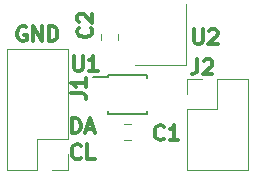
<source format=gto>
G04 #@! TF.GenerationSoftware,KiCad,Pcbnew,(5.0.2)-1*
G04 #@! TF.CreationDate,2020-12-02T07:54:58-05:00*
G04 #@! TF.ProjectId,I2C-VFO3,4932432d-5646-44f3-932e-6b696361645f,rev?*
G04 #@! TF.SameCoordinates,Original*
G04 #@! TF.FileFunction,Legend,Top*
G04 #@! TF.FilePolarity,Positive*
%FSLAX46Y46*%
G04 Gerber Fmt 4.6, Leading zero omitted, Abs format (unit mm)*
G04 Created by KiCad (PCBNEW (5.0.2)-1) date 12/2/2020 7:54:58 AM*
%MOMM*%
%LPD*%
G01*
G04 APERTURE LIST*
%ADD10C,0.304800*%
%ADD11C,0.120000*%
%ADD12C,0.150000*%
%ADD13C,0.317500*%
%ADD14C,0.381000*%
G04 APERTURE END LIST*
D10*
X21983095Y-26139623D02*
X21983095Y-24869623D01*
X22285476Y-24869623D01*
X22466904Y-24930100D01*
X22587857Y-25051052D01*
X22648333Y-25172004D01*
X22708809Y-25413909D01*
X22708809Y-25595338D01*
X22648333Y-25837242D01*
X22587857Y-25958195D01*
X22466904Y-26079147D01*
X22285476Y-26139623D01*
X21983095Y-26139623D01*
X23192619Y-25776766D02*
X23797380Y-25776766D01*
X23071666Y-26139623D02*
X23495000Y-24869623D01*
X23918333Y-26139623D01*
X22739047Y-28228471D02*
X22678571Y-28288947D01*
X22497142Y-28349423D01*
X22376190Y-28349423D01*
X22194761Y-28288947D01*
X22073809Y-28167995D01*
X22013333Y-28047042D01*
X21952857Y-27805138D01*
X21952857Y-27623709D01*
X22013333Y-27381804D01*
X22073809Y-27260852D01*
X22194761Y-27139900D01*
X22376190Y-27079423D01*
X22497142Y-27079423D01*
X22678571Y-27139900D01*
X22739047Y-27200376D01*
X23888095Y-28349423D02*
X23283333Y-28349423D01*
X23283333Y-27079423D01*
X18082380Y-17145000D02*
X17961428Y-17084523D01*
X17780000Y-17084523D01*
X17598571Y-17145000D01*
X17477619Y-17265952D01*
X17417142Y-17386904D01*
X17356666Y-17628809D01*
X17356666Y-17810238D01*
X17417142Y-18052142D01*
X17477619Y-18173095D01*
X17598571Y-18294047D01*
X17780000Y-18354523D01*
X17900952Y-18354523D01*
X18082380Y-18294047D01*
X18142857Y-18233571D01*
X18142857Y-17810238D01*
X17900952Y-17810238D01*
X18687142Y-18354523D02*
X18687142Y-17084523D01*
X19412857Y-18354523D01*
X19412857Y-17084523D01*
X20017619Y-18354523D02*
X20017619Y-17084523D01*
X20320000Y-17084523D01*
X20501428Y-17145000D01*
X20622380Y-17265952D01*
X20682857Y-17386904D01*
X20743333Y-17628809D01*
X20743333Y-17810238D01*
X20682857Y-18052142D01*
X20622380Y-18173095D01*
X20501428Y-18294047D01*
X20320000Y-18354523D01*
X20017619Y-18354523D01*
D11*
G04 #@! TO.C,J1*
X21650000Y-18990000D02*
X16450000Y-18990000D01*
X21650000Y-26670000D02*
X21650000Y-18990000D01*
X16450000Y-29270000D02*
X16450000Y-18990000D01*
X21650000Y-26670000D02*
X19050000Y-26670000D01*
X19050000Y-26670000D02*
X19050000Y-29270000D01*
X19050000Y-29270000D02*
X16450000Y-29270000D01*
X21650000Y-27940000D02*
X21650000Y-29270000D01*
X21650000Y-29270000D02*
X20320000Y-29270000D01*
G04 #@! TO.C,J2*
X31690000Y-21530000D02*
X33020000Y-21530000D01*
X31690000Y-22860000D02*
X31690000Y-21530000D01*
X34290000Y-21530000D02*
X36890000Y-21530000D01*
X34290000Y-24130000D02*
X34290000Y-21530000D01*
X31690000Y-24130000D02*
X34290000Y-24130000D01*
X36890000Y-21530000D02*
X36890000Y-29270000D01*
X31690000Y-24130000D02*
X31690000Y-29270000D01*
X31690000Y-29270000D02*
X36890000Y-29270000D01*
D12*
G04 #@! TO.C,U1*
X24995000Y-21185000D02*
X24995000Y-21410000D01*
X28345000Y-21185000D02*
X28345000Y-21485000D01*
X28345000Y-24535000D02*
X28345000Y-24235000D01*
X24995000Y-24535000D02*
X24995000Y-24235000D01*
X24995000Y-21185000D02*
X28345000Y-21185000D01*
X24995000Y-24535000D02*
X28345000Y-24535000D01*
X24995000Y-21410000D02*
X23770000Y-21410000D01*
D11*
G04 #@! TO.C,U2*
X27339000Y-20330000D02*
X31589000Y-20330000D01*
X31589000Y-20330000D02*
X31589000Y-15230000D01*
G04 #@! TO.C,C2*
X24436000Y-18295252D02*
X24436000Y-17772748D01*
X25856000Y-18295252D02*
X25856000Y-17772748D01*
G04 #@! TO.C,C1*
X26408748Y-25325000D02*
X26931252Y-25325000D01*
X26408748Y-26745000D02*
X26931252Y-26745000D01*
G04 #@! TO.C,J1*
D13*
X21910523Y-22775333D02*
X22817666Y-22775333D01*
X22999095Y-22835809D01*
X23120047Y-22956761D01*
X23180523Y-23138190D01*
X23180523Y-23259142D01*
X23180523Y-21505333D02*
X23180523Y-22231047D01*
X23180523Y-21868190D02*
X21910523Y-21868190D01*
X22091952Y-21989142D01*
X22212904Y-22110095D01*
X22273380Y-22231047D01*
D14*
G04 #@! TO.C,J2*
D13*
X32596666Y-19878523D02*
X32596666Y-20785666D01*
X32536190Y-20967095D01*
X32415238Y-21088047D01*
X32233809Y-21148523D01*
X32112857Y-21148523D01*
X33140952Y-19999476D02*
X33201428Y-19939000D01*
X33322380Y-19878523D01*
X33624761Y-19878523D01*
X33745714Y-19939000D01*
X33806190Y-19999476D01*
X33866666Y-20120428D01*
X33866666Y-20241380D01*
X33806190Y-20422809D01*
X33080476Y-21148523D01*
X33866666Y-21148523D01*
D14*
G04 #@! TO.C,U1*
D13*
X22146380Y-19624523D02*
X22146380Y-20652619D01*
X22206857Y-20773571D01*
X22267333Y-20834047D01*
X22388285Y-20894523D01*
X22630190Y-20894523D01*
X22751142Y-20834047D01*
X22811619Y-20773571D01*
X22872095Y-20652619D01*
X22872095Y-19624523D01*
X24142095Y-20894523D02*
X23416380Y-20894523D01*
X23779238Y-20894523D02*
X23779238Y-19624523D01*
X23658285Y-19805952D01*
X23537333Y-19926904D01*
X23416380Y-19987380D01*
D14*
G04 #@! TO.C,U2*
D13*
X32306380Y-17338523D02*
X32306380Y-18366619D01*
X32366857Y-18487571D01*
X32427333Y-18548047D01*
X32548285Y-18608523D01*
X32790190Y-18608523D01*
X32911142Y-18548047D01*
X32971619Y-18487571D01*
X33032095Y-18366619D01*
X33032095Y-17338523D01*
X33576380Y-17459476D02*
X33636857Y-17399000D01*
X33757809Y-17338523D01*
X34060190Y-17338523D01*
X34181142Y-17399000D01*
X34241619Y-17459476D01*
X34302095Y-17580428D01*
X34302095Y-17701380D01*
X34241619Y-17882809D01*
X33515904Y-18608523D01*
X34302095Y-18608523D01*
G04 #@! TO.C,C2*
X23567571Y-17229666D02*
X23628047Y-17290142D01*
X23688523Y-17471571D01*
X23688523Y-17592523D01*
X23628047Y-17773952D01*
X23507095Y-17894904D01*
X23386142Y-17955380D01*
X23144238Y-18015857D01*
X22962809Y-18015857D01*
X22720904Y-17955380D01*
X22599952Y-17894904D01*
X22479000Y-17773952D01*
X22418523Y-17592523D01*
X22418523Y-17471571D01*
X22479000Y-17290142D01*
X22539476Y-17229666D01*
X22539476Y-16745857D02*
X22479000Y-16685380D01*
X22418523Y-16564428D01*
X22418523Y-16262047D01*
X22479000Y-16141095D01*
X22539476Y-16080619D01*
X22660428Y-16020142D01*
X22781380Y-16020142D01*
X22962809Y-16080619D01*
X23688523Y-16806333D01*
X23688523Y-16020142D01*
G04 #@! TO.C,C1*
X29760333Y-26615571D02*
X29699857Y-26676047D01*
X29518428Y-26736523D01*
X29397476Y-26736523D01*
X29216047Y-26676047D01*
X29095095Y-26555095D01*
X29034619Y-26434142D01*
X28974142Y-26192238D01*
X28974142Y-26010809D01*
X29034619Y-25768904D01*
X29095095Y-25647952D01*
X29216047Y-25527000D01*
X29397476Y-25466523D01*
X29518428Y-25466523D01*
X29699857Y-25527000D01*
X29760333Y-25587476D01*
X30969857Y-26736523D02*
X30244142Y-26736523D01*
X30607000Y-26736523D02*
X30607000Y-25466523D01*
X30486047Y-25647952D01*
X30365095Y-25768904D01*
X30244142Y-25829380D01*
G04 #@! TD*
M02*

</source>
